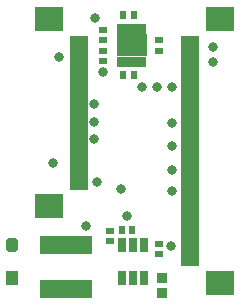
<source format=gts>
G04*
G04 #@! TF.GenerationSoftware,Altium Limited,Altium Designer,21.3.2 (30)*
G04*
G04 Layer_Color=8388736*
%FSLAX44Y44*%
%MOMM*%
G71*
G04*
G04 #@! TF.SameCoordinates,B60BEB59-0ECC-4B8A-8E76-113AF4395072*
G04*
G04*
G04 #@! TF.FilePolarity,Negative*
G04*
G01*
G75*
%ADD28R,1.5032X0.5032*%
%ADD29R,2.4032X2.0032*%
G04:AMPARAMS|DCode=30|XSize=1.2032mm|YSize=1.0032mm|CornerRadius=0mm|HoleSize=0mm|Usage=FLASHONLY|Rotation=90.000|XOffset=0mm|YOffset=0mm|HoleType=Round|Shape=Octagon|*
%AMOCTAGOND30*
4,1,8,0.2508,0.6016,-0.2508,0.6016,-0.5016,0.3508,-0.5016,-0.3508,-0.2508,-0.6016,0.2508,-0.6016,0.5016,-0.3508,0.5016,0.3508,0.2508,0.6016,0.0*
%
%ADD30OCTAGOND30*%

%ADD31R,1.0032X1.2032*%
%ADD32R,0.7032X0.6032*%
%ADD33R,0.6032X0.7032*%
%ADD34R,0.7532X1.2032*%
%ADD35R,0.9652X0.9652*%
%ADD36R,0.4832X0.8682*%
%ADD37R,2.6032X1.9032*%
%ADD38R,4.4032X1.6032*%
%ADD39C,0.8032*%
D28*
X158750Y218830D02*
D03*
Y213830D02*
D03*
Y208830D02*
D03*
Y203830D02*
D03*
Y198830D02*
D03*
Y193830D02*
D03*
Y188830D02*
D03*
Y183830D02*
D03*
Y178830D02*
D03*
Y173830D02*
D03*
Y168830D02*
D03*
Y163830D02*
D03*
Y158830D02*
D03*
Y153830D02*
D03*
Y148830D02*
D03*
Y143830D02*
D03*
Y138830D02*
D03*
Y133830D02*
D03*
Y128830D02*
D03*
Y123830D02*
D03*
Y118830D02*
D03*
Y113830D02*
D03*
Y108830D02*
D03*
Y103830D02*
D03*
Y98830D02*
D03*
Y93830D02*
D03*
Y88830D02*
D03*
Y83830D02*
D03*
Y78830D02*
D03*
Y73830D02*
D03*
Y58830D02*
D03*
Y53830D02*
D03*
Y48830D02*
D03*
Y43830D02*
D03*
Y38830D02*
D03*
Y33830D02*
D03*
Y28830D02*
D03*
Y63830D02*
D03*
Y68830D02*
D03*
X64340Y93830D02*
D03*
Y98830D02*
D03*
Y103830D02*
D03*
Y108830D02*
D03*
Y113830D02*
D03*
Y118830D02*
D03*
Y123830D02*
D03*
Y128830D02*
D03*
Y133830D02*
D03*
Y138830D02*
D03*
Y143830D02*
D03*
Y148830D02*
D03*
Y153830D02*
D03*
Y158830D02*
D03*
Y163830D02*
D03*
Y168830D02*
D03*
Y173830D02*
D03*
Y188830D02*
D03*
Y193830D02*
D03*
Y198830D02*
D03*
Y203830D02*
D03*
Y208830D02*
D03*
Y213830D02*
D03*
Y218830D02*
D03*
Y183830D02*
D03*
Y178830D02*
D03*
D29*
X183720Y235330D02*
D03*
X183720Y12330D02*
D03*
X39370Y77330D02*
D03*
Y235330D02*
D03*
D30*
X7620Y44480D02*
D03*
D31*
Y16480D02*
D03*
D32*
X132080Y44890D02*
D03*
Y36390D02*
D03*
X90677Y47540D02*
D03*
X90678Y56539D02*
D03*
X85091Y208969D02*
D03*
X85090Y199970D02*
D03*
Y218000D02*
D03*
Y226500D02*
D03*
X132081Y217859D02*
D03*
X132080Y208860D02*
D03*
D33*
X109909Y57149D02*
D03*
X100910Y57150D02*
D03*
X111179Y187959D02*
D03*
X102180Y187960D02*
D03*
X111179Y238759D02*
D03*
X102180Y238760D02*
D03*
D34*
X119990Y16479D02*
D03*
X110491D02*
D03*
X100992D02*
D03*
Y44481D02*
D03*
X110491D02*
D03*
X119990Y44481D02*
D03*
D35*
X134619Y16661D02*
D03*
Y3661D02*
D03*
D36*
X119220Y227435D02*
D03*
X114220D02*
D03*
X109220D02*
D03*
X104220D02*
D03*
X99220D02*
D03*
Y199285D02*
D03*
X104220D02*
D03*
X109220D02*
D03*
X114220D02*
D03*
X119220D02*
D03*
D37*
X109220Y213360D02*
D03*
D38*
X53340Y6900D02*
D03*
Y43900D02*
D03*
D39*
X77185Y133838D02*
D03*
Y148852D02*
D03*
Y163830D02*
D03*
X118110Y177800D02*
D03*
X130810D02*
D03*
X143510D02*
D03*
Y147320D02*
D03*
Y128270D02*
D03*
Y107950D02*
D03*
Y89911D02*
D03*
X100330Y91440D02*
D03*
X80010Y97790D02*
D03*
X85090Y190500D02*
D03*
X105410Y68580D02*
D03*
X70790Y60035D02*
D03*
X178077Y199446D02*
D03*
X178363Y211810D02*
D03*
X42268Y113609D02*
D03*
X47433Y203694D02*
D03*
X78387Y236830D02*
D03*
X142240Y43180D02*
D03*
M02*

</source>
